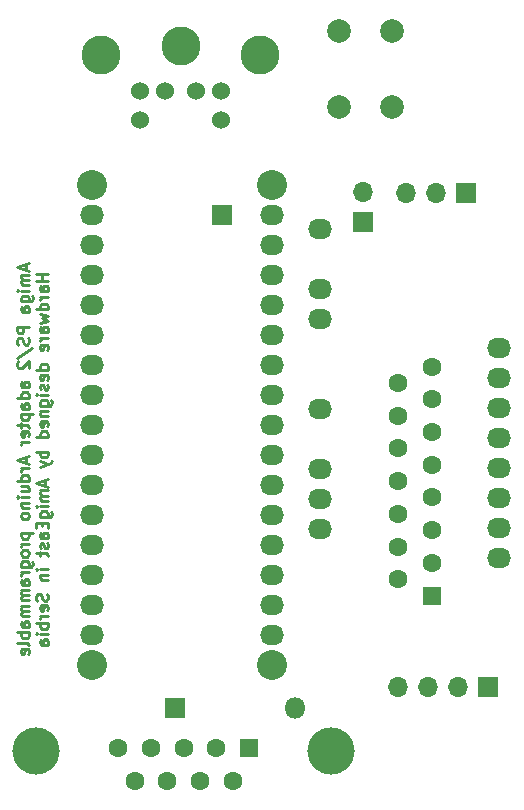
<source format=gbr>
%TF.GenerationSoftware,KiCad,Pcbnew,(6.0.2)*%
%TF.CreationDate,2024-04-06T20:18:03+01:00*%
%TF.ProjectId,amigaps2 revision1.6,616d6967-6170-4733-9220-726576697369,rev?*%
%TF.SameCoordinates,Original*%
%TF.FileFunction,Soldermask,Bot*%
%TF.FilePolarity,Negative*%
%FSLAX46Y46*%
G04 Gerber Fmt 4.6, Leading zero omitted, Abs format (unit mm)*
G04 Created by KiCad (PCBNEW (6.0.2)) date 2024-04-06 20:18:03*
%MOMM*%
%LPD*%
G01*
G04 APERTURE LIST*
%ADD10C,0.250000*%
%ADD11O,2.032000X1.727200*%
%ADD12C,2.540000*%
%ADD13R,1.700000X1.700000*%
%ADD14O,1.700000X1.700000*%
%ADD15C,1.600000*%
%ADD16C,4.000000*%
%ADD17R,1.600000X1.600000*%
%ADD18R,1.800000X1.800000*%
%ADD19O,1.800000X1.800000*%
%ADD20C,1.524000*%
%ADD21C,3.300000*%
%ADD22C,2.000000*%
G04 APERTURE END LIST*
D10*
X133851666Y-75386190D02*
X133851666Y-75862380D01*
X134137380Y-75290952D02*
X133137380Y-75624285D01*
X134137380Y-75957619D01*
X134137380Y-76290952D02*
X133470714Y-76290952D01*
X133565952Y-76290952D02*
X133518333Y-76338571D01*
X133470714Y-76433809D01*
X133470714Y-76576666D01*
X133518333Y-76671904D01*
X133613571Y-76719523D01*
X134137380Y-76719523D01*
X133613571Y-76719523D02*
X133518333Y-76767142D01*
X133470714Y-76862380D01*
X133470714Y-77005238D01*
X133518333Y-77100476D01*
X133613571Y-77148095D01*
X134137380Y-77148095D01*
X134137380Y-77624285D02*
X133470714Y-77624285D01*
X133137380Y-77624285D02*
X133185000Y-77576666D01*
X133232619Y-77624285D01*
X133185000Y-77671904D01*
X133137380Y-77624285D01*
X133232619Y-77624285D01*
X133470714Y-78529047D02*
X134280238Y-78529047D01*
X134375476Y-78481428D01*
X134423095Y-78433809D01*
X134470714Y-78338571D01*
X134470714Y-78195714D01*
X134423095Y-78100476D01*
X134089761Y-78529047D02*
X134137380Y-78433809D01*
X134137380Y-78243333D01*
X134089761Y-78148095D01*
X134042142Y-78100476D01*
X133946904Y-78052857D01*
X133661190Y-78052857D01*
X133565952Y-78100476D01*
X133518333Y-78148095D01*
X133470714Y-78243333D01*
X133470714Y-78433809D01*
X133518333Y-78529047D01*
X134137380Y-79433809D02*
X133613571Y-79433809D01*
X133518333Y-79386190D01*
X133470714Y-79290952D01*
X133470714Y-79100476D01*
X133518333Y-79005238D01*
X134089761Y-79433809D02*
X134137380Y-79338571D01*
X134137380Y-79100476D01*
X134089761Y-79005238D01*
X133994523Y-78957619D01*
X133899285Y-78957619D01*
X133804047Y-79005238D01*
X133756428Y-79100476D01*
X133756428Y-79338571D01*
X133708809Y-79433809D01*
X134137380Y-80671904D02*
X133137380Y-80671904D01*
X133137380Y-81052857D01*
X133185000Y-81148095D01*
X133232619Y-81195714D01*
X133327857Y-81243333D01*
X133470714Y-81243333D01*
X133565952Y-81195714D01*
X133613571Y-81148095D01*
X133661190Y-81052857D01*
X133661190Y-80671904D01*
X134089761Y-81624285D02*
X134137380Y-81767142D01*
X134137380Y-82005238D01*
X134089761Y-82100476D01*
X134042142Y-82148095D01*
X133946904Y-82195714D01*
X133851666Y-82195714D01*
X133756428Y-82148095D01*
X133708809Y-82100476D01*
X133661190Y-82005238D01*
X133613571Y-81814761D01*
X133565952Y-81719523D01*
X133518333Y-81671904D01*
X133423095Y-81624285D01*
X133327857Y-81624285D01*
X133232619Y-81671904D01*
X133185000Y-81719523D01*
X133137380Y-81814761D01*
X133137380Y-82052857D01*
X133185000Y-82195714D01*
X133089761Y-83338571D02*
X134375476Y-82481428D01*
X133232619Y-83624285D02*
X133185000Y-83671904D01*
X133137380Y-83767142D01*
X133137380Y-84005238D01*
X133185000Y-84100476D01*
X133232619Y-84148095D01*
X133327857Y-84195714D01*
X133423095Y-84195714D01*
X133565952Y-84148095D01*
X134137380Y-83576666D01*
X134137380Y-84195714D01*
X134137380Y-85814761D02*
X133613571Y-85814761D01*
X133518333Y-85767142D01*
X133470714Y-85671904D01*
X133470714Y-85481428D01*
X133518333Y-85386190D01*
X134089761Y-85814761D02*
X134137380Y-85719523D01*
X134137380Y-85481428D01*
X134089761Y-85386190D01*
X133994523Y-85338571D01*
X133899285Y-85338571D01*
X133804047Y-85386190D01*
X133756428Y-85481428D01*
X133756428Y-85719523D01*
X133708809Y-85814761D01*
X134137380Y-86719523D02*
X133137380Y-86719523D01*
X134089761Y-86719523D02*
X134137380Y-86624285D01*
X134137380Y-86433809D01*
X134089761Y-86338571D01*
X134042142Y-86290952D01*
X133946904Y-86243333D01*
X133661190Y-86243333D01*
X133565952Y-86290952D01*
X133518333Y-86338571D01*
X133470714Y-86433809D01*
X133470714Y-86624285D01*
X133518333Y-86719523D01*
X134137380Y-87624285D02*
X133613571Y-87624285D01*
X133518333Y-87576666D01*
X133470714Y-87481428D01*
X133470714Y-87290952D01*
X133518333Y-87195714D01*
X134089761Y-87624285D02*
X134137380Y-87529047D01*
X134137380Y-87290952D01*
X134089761Y-87195714D01*
X133994523Y-87148095D01*
X133899285Y-87148095D01*
X133804047Y-87195714D01*
X133756428Y-87290952D01*
X133756428Y-87529047D01*
X133708809Y-87624285D01*
X133470714Y-88100476D02*
X134470714Y-88100476D01*
X133518333Y-88100476D02*
X133470714Y-88195714D01*
X133470714Y-88386190D01*
X133518333Y-88481428D01*
X133565952Y-88529047D01*
X133661190Y-88576666D01*
X133946904Y-88576666D01*
X134042142Y-88529047D01*
X134089761Y-88481428D01*
X134137380Y-88386190D01*
X134137380Y-88195714D01*
X134089761Y-88100476D01*
X133470714Y-88862380D02*
X133470714Y-89243333D01*
X133137380Y-89005238D02*
X133994523Y-89005238D01*
X134089761Y-89052857D01*
X134137380Y-89148095D01*
X134137380Y-89243333D01*
X134089761Y-89957619D02*
X134137380Y-89862380D01*
X134137380Y-89671904D01*
X134089761Y-89576666D01*
X133994523Y-89529047D01*
X133613571Y-89529047D01*
X133518333Y-89576666D01*
X133470714Y-89671904D01*
X133470714Y-89862380D01*
X133518333Y-89957619D01*
X133613571Y-90005238D01*
X133708809Y-90005238D01*
X133804047Y-89529047D01*
X134137380Y-90433809D02*
X133470714Y-90433809D01*
X133661190Y-90433809D02*
X133565952Y-90481428D01*
X133518333Y-90529047D01*
X133470714Y-90624285D01*
X133470714Y-90719523D01*
X133851666Y-91767142D02*
X133851666Y-92243333D01*
X134137380Y-91671904D02*
X133137380Y-92005238D01*
X134137380Y-92338571D01*
X134137380Y-92671904D02*
X133470714Y-92671904D01*
X133661190Y-92671904D02*
X133565952Y-92719523D01*
X133518333Y-92767142D01*
X133470714Y-92862380D01*
X133470714Y-92957619D01*
X134137380Y-93719523D02*
X133137380Y-93719523D01*
X134089761Y-93719523D02*
X134137380Y-93624285D01*
X134137380Y-93433809D01*
X134089761Y-93338571D01*
X134042142Y-93290952D01*
X133946904Y-93243333D01*
X133661190Y-93243333D01*
X133565952Y-93290952D01*
X133518333Y-93338571D01*
X133470714Y-93433809D01*
X133470714Y-93624285D01*
X133518333Y-93719523D01*
X133470714Y-94624285D02*
X134137380Y-94624285D01*
X133470714Y-94195714D02*
X133994523Y-94195714D01*
X134089761Y-94243333D01*
X134137380Y-94338571D01*
X134137380Y-94481428D01*
X134089761Y-94576666D01*
X134042142Y-94624285D01*
X134137380Y-95100476D02*
X133470714Y-95100476D01*
X133137380Y-95100476D02*
X133185000Y-95052857D01*
X133232619Y-95100476D01*
X133185000Y-95148095D01*
X133137380Y-95100476D01*
X133232619Y-95100476D01*
X133470714Y-95576666D02*
X134137380Y-95576666D01*
X133565952Y-95576666D02*
X133518333Y-95624285D01*
X133470714Y-95719523D01*
X133470714Y-95862380D01*
X133518333Y-95957619D01*
X133613571Y-96005238D01*
X134137380Y-96005238D01*
X134137380Y-96624285D02*
X134089761Y-96529047D01*
X134042142Y-96481428D01*
X133946904Y-96433809D01*
X133661190Y-96433809D01*
X133565952Y-96481428D01*
X133518333Y-96529047D01*
X133470714Y-96624285D01*
X133470714Y-96767142D01*
X133518333Y-96862380D01*
X133565952Y-96909999D01*
X133661190Y-96957619D01*
X133946904Y-96957619D01*
X134042142Y-96909999D01*
X134089761Y-96862380D01*
X134137380Y-96767142D01*
X134137380Y-96624285D01*
X133470714Y-98148095D02*
X134470714Y-98148095D01*
X133518333Y-98148095D02*
X133470714Y-98243333D01*
X133470714Y-98433809D01*
X133518333Y-98529047D01*
X133565952Y-98576666D01*
X133661190Y-98624285D01*
X133946904Y-98624285D01*
X134042142Y-98576666D01*
X134089761Y-98529047D01*
X134137380Y-98433809D01*
X134137380Y-98243333D01*
X134089761Y-98148095D01*
X134137380Y-99052857D02*
X133470714Y-99052857D01*
X133661190Y-99052857D02*
X133565952Y-99100476D01*
X133518333Y-99148095D01*
X133470714Y-99243333D01*
X133470714Y-99338571D01*
X134137380Y-99814761D02*
X134089761Y-99719523D01*
X134042142Y-99671904D01*
X133946904Y-99624285D01*
X133661190Y-99624285D01*
X133565952Y-99671904D01*
X133518333Y-99719523D01*
X133470714Y-99814761D01*
X133470714Y-99957619D01*
X133518333Y-100052857D01*
X133565952Y-100100476D01*
X133661190Y-100148095D01*
X133946904Y-100148095D01*
X134042142Y-100100476D01*
X134089761Y-100052857D01*
X134137380Y-99957619D01*
X134137380Y-99814761D01*
X133470714Y-101005238D02*
X134280238Y-101005238D01*
X134375476Y-100957619D01*
X134423095Y-100909999D01*
X134470714Y-100814761D01*
X134470714Y-100671904D01*
X134423095Y-100576666D01*
X134089761Y-101005238D02*
X134137380Y-100909999D01*
X134137380Y-100719523D01*
X134089761Y-100624285D01*
X134042142Y-100576666D01*
X133946904Y-100529047D01*
X133661190Y-100529047D01*
X133565952Y-100576666D01*
X133518333Y-100624285D01*
X133470714Y-100719523D01*
X133470714Y-100909999D01*
X133518333Y-101005238D01*
X134137380Y-101481428D02*
X133470714Y-101481428D01*
X133661190Y-101481428D02*
X133565952Y-101529047D01*
X133518333Y-101576666D01*
X133470714Y-101671904D01*
X133470714Y-101767142D01*
X134137380Y-102529047D02*
X133613571Y-102529047D01*
X133518333Y-102481428D01*
X133470714Y-102386190D01*
X133470714Y-102195714D01*
X133518333Y-102100476D01*
X134089761Y-102529047D02*
X134137380Y-102433809D01*
X134137380Y-102195714D01*
X134089761Y-102100476D01*
X133994523Y-102052857D01*
X133899285Y-102052857D01*
X133804047Y-102100476D01*
X133756428Y-102195714D01*
X133756428Y-102433809D01*
X133708809Y-102529047D01*
X134137380Y-103005238D02*
X133470714Y-103005238D01*
X133565952Y-103005238D02*
X133518333Y-103052857D01*
X133470714Y-103148095D01*
X133470714Y-103290952D01*
X133518333Y-103386190D01*
X133613571Y-103433809D01*
X134137380Y-103433809D01*
X133613571Y-103433809D02*
X133518333Y-103481428D01*
X133470714Y-103576666D01*
X133470714Y-103719523D01*
X133518333Y-103814761D01*
X133613571Y-103862380D01*
X134137380Y-103862380D01*
X134137380Y-104338571D02*
X133470714Y-104338571D01*
X133565952Y-104338571D02*
X133518333Y-104386190D01*
X133470714Y-104481428D01*
X133470714Y-104624285D01*
X133518333Y-104719523D01*
X133613571Y-104767142D01*
X134137380Y-104767142D01*
X133613571Y-104767142D02*
X133518333Y-104814761D01*
X133470714Y-104909999D01*
X133470714Y-105052857D01*
X133518333Y-105148095D01*
X133613571Y-105195714D01*
X134137380Y-105195714D01*
X134137380Y-106100476D02*
X133613571Y-106100476D01*
X133518333Y-106052857D01*
X133470714Y-105957619D01*
X133470714Y-105767142D01*
X133518333Y-105671904D01*
X134089761Y-106100476D02*
X134137380Y-106005238D01*
X134137380Y-105767142D01*
X134089761Y-105671904D01*
X133994523Y-105624285D01*
X133899285Y-105624285D01*
X133804047Y-105671904D01*
X133756428Y-105767142D01*
X133756428Y-106005238D01*
X133708809Y-106100476D01*
X134137380Y-106576666D02*
X133137380Y-106576666D01*
X133518333Y-106576666D02*
X133470714Y-106671904D01*
X133470714Y-106862380D01*
X133518333Y-106957619D01*
X133565952Y-107005238D01*
X133661190Y-107052857D01*
X133946904Y-107052857D01*
X134042142Y-107005238D01*
X134089761Y-106957619D01*
X134137380Y-106862380D01*
X134137380Y-106671904D01*
X134089761Y-106576666D01*
X134137380Y-107624285D02*
X134089761Y-107529047D01*
X133994523Y-107481428D01*
X133137380Y-107481428D01*
X134089761Y-108386190D02*
X134137380Y-108290952D01*
X134137380Y-108100476D01*
X134089761Y-108005238D01*
X133994523Y-107957619D01*
X133613571Y-107957619D01*
X133518333Y-108005238D01*
X133470714Y-108100476D01*
X133470714Y-108290952D01*
X133518333Y-108386190D01*
X133613571Y-108433809D01*
X133708809Y-108433809D01*
X133804047Y-107957619D01*
X135747380Y-76219523D02*
X134747380Y-76219523D01*
X135223571Y-76219523D02*
X135223571Y-76790952D01*
X135747380Y-76790952D02*
X134747380Y-76790952D01*
X135747380Y-77695714D02*
X135223571Y-77695714D01*
X135128333Y-77648095D01*
X135080714Y-77552857D01*
X135080714Y-77362380D01*
X135128333Y-77267142D01*
X135699761Y-77695714D02*
X135747380Y-77600476D01*
X135747380Y-77362380D01*
X135699761Y-77267142D01*
X135604523Y-77219523D01*
X135509285Y-77219523D01*
X135414047Y-77267142D01*
X135366428Y-77362380D01*
X135366428Y-77600476D01*
X135318809Y-77695714D01*
X135747380Y-78171904D02*
X135080714Y-78171904D01*
X135271190Y-78171904D02*
X135175952Y-78219523D01*
X135128333Y-78267142D01*
X135080714Y-78362380D01*
X135080714Y-78457619D01*
X135747380Y-79219523D02*
X134747380Y-79219523D01*
X135699761Y-79219523D02*
X135747380Y-79124285D01*
X135747380Y-78933809D01*
X135699761Y-78838571D01*
X135652142Y-78790952D01*
X135556904Y-78743333D01*
X135271190Y-78743333D01*
X135175952Y-78790952D01*
X135128333Y-78838571D01*
X135080714Y-78933809D01*
X135080714Y-79124285D01*
X135128333Y-79219523D01*
X135080714Y-79600476D02*
X135747380Y-79790952D01*
X135271190Y-79981428D01*
X135747380Y-80171904D01*
X135080714Y-80362380D01*
X135747380Y-81171904D02*
X135223571Y-81171904D01*
X135128333Y-81124285D01*
X135080714Y-81029047D01*
X135080714Y-80838571D01*
X135128333Y-80743333D01*
X135699761Y-81171904D02*
X135747380Y-81076666D01*
X135747380Y-80838571D01*
X135699761Y-80743333D01*
X135604523Y-80695714D01*
X135509285Y-80695714D01*
X135414047Y-80743333D01*
X135366428Y-80838571D01*
X135366428Y-81076666D01*
X135318809Y-81171904D01*
X135747380Y-81648095D02*
X135080714Y-81648095D01*
X135271190Y-81648095D02*
X135175952Y-81695714D01*
X135128333Y-81743333D01*
X135080714Y-81838571D01*
X135080714Y-81933809D01*
X135699761Y-82648095D02*
X135747380Y-82552857D01*
X135747380Y-82362380D01*
X135699761Y-82267142D01*
X135604523Y-82219523D01*
X135223571Y-82219523D01*
X135128333Y-82267142D01*
X135080714Y-82362380D01*
X135080714Y-82552857D01*
X135128333Y-82648095D01*
X135223571Y-82695714D01*
X135318809Y-82695714D01*
X135414047Y-82219523D01*
X135747380Y-84314761D02*
X134747380Y-84314761D01*
X135699761Y-84314761D02*
X135747380Y-84219523D01*
X135747380Y-84029047D01*
X135699761Y-83933809D01*
X135652142Y-83886190D01*
X135556904Y-83838571D01*
X135271190Y-83838571D01*
X135175952Y-83886190D01*
X135128333Y-83933809D01*
X135080714Y-84029047D01*
X135080714Y-84219523D01*
X135128333Y-84314761D01*
X135699761Y-85171904D02*
X135747380Y-85076666D01*
X135747380Y-84886190D01*
X135699761Y-84790952D01*
X135604523Y-84743333D01*
X135223571Y-84743333D01*
X135128333Y-84790952D01*
X135080714Y-84886190D01*
X135080714Y-85076666D01*
X135128333Y-85171904D01*
X135223571Y-85219523D01*
X135318809Y-85219523D01*
X135414047Y-84743333D01*
X135699761Y-85600476D02*
X135747380Y-85695714D01*
X135747380Y-85886190D01*
X135699761Y-85981428D01*
X135604523Y-86029047D01*
X135556904Y-86029047D01*
X135461666Y-85981428D01*
X135414047Y-85886190D01*
X135414047Y-85743333D01*
X135366428Y-85648095D01*
X135271190Y-85600476D01*
X135223571Y-85600476D01*
X135128333Y-85648095D01*
X135080714Y-85743333D01*
X135080714Y-85886190D01*
X135128333Y-85981428D01*
X135747380Y-86457619D02*
X135080714Y-86457619D01*
X134747380Y-86457619D02*
X134795000Y-86410000D01*
X134842619Y-86457619D01*
X134795000Y-86505238D01*
X134747380Y-86457619D01*
X134842619Y-86457619D01*
X135080714Y-87362380D02*
X135890238Y-87362380D01*
X135985476Y-87314761D01*
X136033095Y-87267142D01*
X136080714Y-87171904D01*
X136080714Y-87029047D01*
X136033095Y-86933809D01*
X135699761Y-87362380D02*
X135747380Y-87267142D01*
X135747380Y-87076666D01*
X135699761Y-86981428D01*
X135652142Y-86933809D01*
X135556904Y-86886190D01*
X135271190Y-86886190D01*
X135175952Y-86933809D01*
X135128333Y-86981428D01*
X135080714Y-87076666D01*
X135080714Y-87267142D01*
X135128333Y-87362380D01*
X135080714Y-87838571D02*
X135747380Y-87838571D01*
X135175952Y-87838571D02*
X135128333Y-87886190D01*
X135080714Y-87981428D01*
X135080714Y-88124285D01*
X135128333Y-88219523D01*
X135223571Y-88267142D01*
X135747380Y-88267142D01*
X135699761Y-89124285D02*
X135747380Y-89029047D01*
X135747380Y-88838571D01*
X135699761Y-88743333D01*
X135604523Y-88695714D01*
X135223571Y-88695714D01*
X135128333Y-88743333D01*
X135080714Y-88838571D01*
X135080714Y-89029047D01*
X135128333Y-89124285D01*
X135223571Y-89171904D01*
X135318809Y-89171904D01*
X135414047Y-88695714D01*
X135747380Y-90029047D02*
X134747380Y-90029047D01*
X135699761Y-90029047D02*
X135747380Y-89933809D01*
X135747380Y-89743333D01*
X135699761Y-89648095D01*
X135652142Y-89600476D01*
X135556904Y-89552857D01*
X135271190Y-89552857D01*
X135175952Y-89600476D01*
X135128333Y-89648095D01*
X135080714Y-89743333D01*
X135080714Y-89933809D01*
X135128333Y-90029047D01*
X135747380Y-91267142D02*
X134747380Y-91267142D01*
X135128333Y-91267142D02*
X135080714Y-91362380D01*
X135080714Y-91552857D01*
X135128333Y-91648095D01*
X135175952Y-91695714D01*
X135271190Y-91743333D01*
X135556904Y-91743333D01*
X135652142Y-91695714D01*
X135699761Y-91648095D01*
X135747380Y-91552857D01*
X135747380Y-91362380D01*
X135699761Y-91267142D01*
X135080714Y-92076666D02*
X135747380Y-92314761D01*
X135080714Y-92552857D02*
X135747380Y-92314761D01*
X135985476Y-92219523D01*
X136033095Y-92171904D01*
X136080714Y-92076666D01*
X135461666Y-93648095D02*
X135461666Y-94124285D01*
X135747380Y-93552857D02*
X134747380Y-93886190D01*
X135747380Y-94219523D01*
X135747380Y-94552857D02*
X135080714Y-94552857D01*
X135175952Y-94552857D02*
X135128333Y-94600476D01*
X135080714Y-94695714D01*
X135080714Y-94838571D01*
X135128333Y-94933809D01*
X135223571Y-94981428D01*
X135747380Y-94981428D01*
X135223571Y-94981428D02*
X135128333Y-95029047D01*
X135080714Y-95124285D01*
X135080714Y-95267142D01*
X135128333Y-95362380D01*
X135223571Y-95409999D01*
X135747380Y-95409999D01*
X135747380Y-95886190D02*
X135080714Y-95886190D01*
X134747380Y-95886190D02*
X134795000Y-95838571D01*
X134842619Y-95886190D01*
X134795000Y-95933809D01*
X134747380Y-95886190D01*
X134842619Y-95886190D01*
X135080714Y-96790952D02*
X135890238Y-96790952D01*
X135985476Y-96743333D01*
X136033095Y-96695714D01*
X136080714Y-96600476D01*
X136080714Y-96457619D01*
X136033095Y-96362380D01*
X135699761Y-96790952D02*
X135747380Y-96695714D01*
X135747380Y-96505238D01*
X135699761Y-96409999D01*
X135652142Y-96362380D01*
X135556904Y-96314761D01*
X135271190Y-96314761D01*
X135175952Y-96362380D01*
X135128333Y-96409999D01*
X135080714Y-96505238D01*
X135080714Y-96695714D01*
X135128333Y-96790952D01*
X135223571Y-97267142D02*
X135223571Y-97600476D01*
X135747380Y-97743333D02*
X135747380Y-97267142D01*
X134747380Y-97267142D01*
X134747380Y-97743333D01*
X135747380Y-98600476D02*
X135223571Y-98600476D01*
X135128333Y-98552857D01*
X135080714Y-98457619D01*
X135080714Y-98267142D01*
X135128333Y-98171904D01*
X135699761Y-98600476D02*
X135747380Y-98505238D01*
X135747380Y-98267142D01*
X135699761Y-98171904D01*
X135604523Y-98124285D01*
X135509285Y-98124285D01*
X135414047Y-98171904D01*
X135366428Y-98267142D01*
X135366428Y-98505238D01*
X135318809Y-98600476D01*
X135699761Y-99029047D02*
X135747380Y-99124285D01*
X135747380Y-99314761D01*
X135699761Y-99409999D01*
X135604523Y-99457619D01*
X135556904Y-99457619D01*
X135461666Y-99409999D01*
X135414047Y-99314761D01*
X135414047Y-99171904D01*
X135366428Y-99076666D01*
X135271190Y-99029047D01*
X135223571Y-99029047D01*
X135128333Y-99076666D01*
X135080714Y-99171904D01*
X135080714Y-99314761D01*
X135128333Y-99409999D01*
X135080714Y-99743333D02*
X135080714Y-100124285D01*
X134747380Y-99886190D02*
X135604523Y-99886190D01*
X135699761Y-99933809D01*
X135747380Y-100029047D01*
X135747380Y-100124285D01*
X135747380Y-101219523D02*
X135080714Y-101219523D01*
X134747380Y-101219523D02*
X134795000Y-101171904D01*
X134842619Y-101219523D01*
X134795000Y-101267142D01*
X134747380Y-101219523D01*
X134842619Y-101219523D01*
X135080714Y-101695714D02*
X135747380Y-101695714D01*
X135175952Y-101695714D02*
X135128333Y-101743333D01*
X135080714Y-101838571D01*
X135080714Y-101981428D01*
X135128333Y-102076666D01*
X135223571Y-102124285D01*
X135747380Y-102124285D01*
X135699761Y-103314761D02*
X135747380Y-103457619D01*
X135747380Y-103695714D01*
X135699761Y-103790952D01*
X135652142Y-103838571D01*
X135556904Y-103886190D01*
X135461666Y-103886190D01*
X135366428Y-103838571D01*
X135318809Y-103790952D01*
X135271190Y-103695714D01*
X135223571Y-103505238D01*
X135175952Y-103409999D01*
X135128333Y-103362380D01*
X135033095Y-103314761D01*
X134937857Y-103314761D01*
X134842619Y-103362380D01*
X134795000Y-103409999D01*
X134747380Y-103505238D01*
X134747380Y-103743333D01*
X134795000Y-103886190D01*
X135699761Y-104695714D02*
X135747380Y-104600476D01*
X135747380Y-104409999D01*
X135699761Y-104314761D01*
X135604523Y-104267142D01*
X135223571Y-104267142D01*
X135128333Y-104314761D01*
X135080714Y-104409999D01*
X135080714Y-104600476D01*
X135128333Y-104695714D01*
X135223571Y-104743333D01*
X135318809Y-104743333D01*
X135414047Y-104267142D01*
X135747380Y-105171904D02*
X135080714Y-105171904D01*
X135271190Y-105171904D02*
X135175952Y-105219523D01*
X135128333Y-105267142D01*
X135080714Y-105362380D01*
X135080714Y-105457619D01*
X135747380Y-105790952D02*
X134747380Y-105790952D01*
X135128333Y-105790952D02*
X135080714Y-105886190D01*
X135080714Y-106076666D01*
X135128333Y-106171904D01*
X135175952Y-106219523D01*
X135271190Y-106267142D01*
X135556904Y-106267142D01*
X135652142Y-106219523D01*
X135699761Y-106171904D01*
X135747380Y-106076666D01*
X135747380Y-105886190D01*
X135699761Y-105790952D01*
X135747380Y-106695714D02*
X135080714Y-106695714D01*
X134747380Y-106695714D02*
X134795000Y-106648095D01*
X134842619Y-106695714D01*
X134795000Y-106743333D01*
X134747380Y-106695714D01*
X134842619Y-106695714D01*
X135747380Y-107600476D02*
X135223571Y-107600476D01*
X135128333Y-107552857D01*
X135080714Y-107457619D01*
X135080714Y-107267142D01*
X135128333Y-107171904D01*
X135699761Y-107600476D02*
X135747380Y-107505238D01*
X135747380Y-107267142D01*
X135699761Y-107171904D01*
X135604523Y-107124285D01*
X135509285Y-107124285D01*
X135414047Y-107171904D01*
X135366428Y-107267142D01*
X135366428Y-107505238D01*
X135318809Y-107600476D01*
D11*
%TO.C,P1*%
X139446000Y-71247000D03*
X139446000Y-73787000D03*
X139446000Y-76327000D03*
X139446000Y-78867000D03*
X139446000Y-81407000D03*
X139446000Y-83947000D03*
X139446000Y-86487000D03*
X139446000Y-91567000D03*
X139446000Y-94107000D03*
X139446000Y-96647000D03*
X139446000Y-99187000D03*
X139446000Y-101727000D03*
X139446000Y-104267000D03*
X139446000Y-106807000D03*
X139446000Y-89027000D03*
%TD*%
%TO.C,P2*%
X154686000Y-71247000D03*
X154686000Y-73787000D03*
X154686000Y-76327000D03*
X154686000Y-78867000D03*
X154686000Y-81407000D03*
X154686000Y-83947000D03*
X154686000Y-86487000D03*
X154686000Y-89027000D03*
X154686000Y-91567000D03*
X154686000Y-94107000D03*
X154686000Y-96647000D03*
X154686000Y-99187000D03*
X154686000Y-101727000D03*
X154686000Y-104267000D03*
X154686000Y-106807000D03*
%TD*%
D12*
%TO.C,P3*%
X139446000Y-68707000D03*
%TD*%
%TO.C,P4*%
X139446000Y-109347000D03*
%TD*%
%TO.C,P5*%
X154686000Y-109347000D03*
%TD*%
%TO.C,P6*%
X154686000Y-68707000D03*
%TD*%
D11*
%TO.C,*%
X173959507Y-97770000D03*
%TD*%
%TO.C,*%
X173959507Y-85070000D03*
%TD*%
D13*
%TO.C,REF\u002A\u002A*%
X162458400Y-71780400D03*
D14*
X162458400Y-69240400D03*
%TD*%
D15*
%TO.C,*%
X165384200Y-93759200D03*
%TD*%
D11*
%TO.C,*%
X173959507Y-95230000D03*
%TD*%
%TO.C,*%
X158750000Y-80010000D03*
%TD*%
D15*
%TO.C,*%
X165384200Y-96529200D03*
%TD*%
D11*
%TO.C,*%
X173959507Y-100310000D03*
%TD*%
%TO.C,*%
X173959507Y-90150000D03*
%TD*%
%TO.C,*%
X173959507Y-87610000D03*
%TD*%
D15*
%TO.C,*%
X165384200Y-102069200D03*
%TD*%
D13*
%TO.C,CONFIG*%
X171181000Y-69367000D03*
D14*
X168641000Y-69367000D03*
X166101000Y-69367000D03*
%TD*%
D15*
%TO.C,*%
X168224200Y-89604200D03*
%TD*%
D11*
%TO.C,*%
X158750000Y-87630000D03*
%TD*%
D16*
%TO.C,Female DSUB9 connector*%
X134741000Y-116632000D03*
X159741000Y-116632000D03*
D15*
X148626000Y-119172000D03*
X145856000Y-119172000D03*
X150011000Y-116332000D03*
X144471000Y-116332000D03*
X151396000Y-119172000D03*
X141701000Y-116332000D03*
X143086000Y-119172000D03*
D17*
X152781000Y-116332000D03*
D15*
X147241000Y-116332000D03*
%TD*%
D18*
%TO.C,DIODE*%
X146470000Y-113010000D03*
D19*
X156630000Y-113010000D03*
%TD*%
D11*
%TO.C,*%
X158750000Y-95250000D03*
%TD*%
D15*
%TO.C,*%
X168224200Y-95144200D03*
%TD*%
%TO.C,*%
X168224200Y-84064200D03*
%TD*%
D20*
%TO.C,J1*%
X143568000Y-60706000D03*
X150368000Y-60706000D03*
D21*
X146968000Y-56906000D03*
X140218000Y-57706000D03*
X153718000Y-57706000D03*
D20*
X143568000Y-63206000D03*
X150368000Y-63206000D03*
X145668000Y-60706000D03*
X148268000Y-60706000D03*
%TD*%
D17*
%TO.C,*%
X168224200Y-103454200D03*
%TD*%
D13*
%TO.C,REF\u002A\u002A*%
X173020000Y-111175000D03*
D14*
X170480000Y-111175000D03*
X167940000Y-111175000D03*
X165400000Y-111175000D03*
%TD*%
D11*
%TO.C,*%
X158750000Y-77470000D03*
%TD*%
D15*
%TO.C,*%
X165384200Y-90989200D03*
%TD*%
D11*
%TO.C,*%
X173959507Y-82530000D03*
%TD*%
D15*
%TO.C,*%
X168224200Y-100684200D03*
%TD*%
D11*
%TO.C,*%
X173959507Y-92690000D03*
%TD*%
%TO.C,*%
X158750000Y-97790000D03*
%TD*%
D15*
%TO.C,*%
X168224200Y-97914200D03*
%TD*%
D22*
%TO.C,MouseDPI*%
X164846000Y-62126000D03*
X164846000Y-55626000D03*
X160346000Y-62126000D03*
X160346000Y-55626000D03*
%TD*%
D13*
%TO.C,REF\u002A\u002A*%
X150469600Y-71221600D03*
%TD*%
D15*
%TO.C,*%
X165384200Y-99299200D03*
%TD*%
%TO.C,*%
X165384200Y-85449200D03*
%TD*%
D11*
%TO.C,*%
X158750000Y-72390000D03*
%TD*%
%TO.C,*%
X158750000Y-92710000D03*
%TD*%
D15*
%TO.C,*%
X168224200Y-86834200D03*
%TD*%
%TO.C,*%
X165384200Y-88219200D03*
%TD*%
%TO.C,*%
X168224200Y-92374200D03*
%TD*%
M02*

</source>
